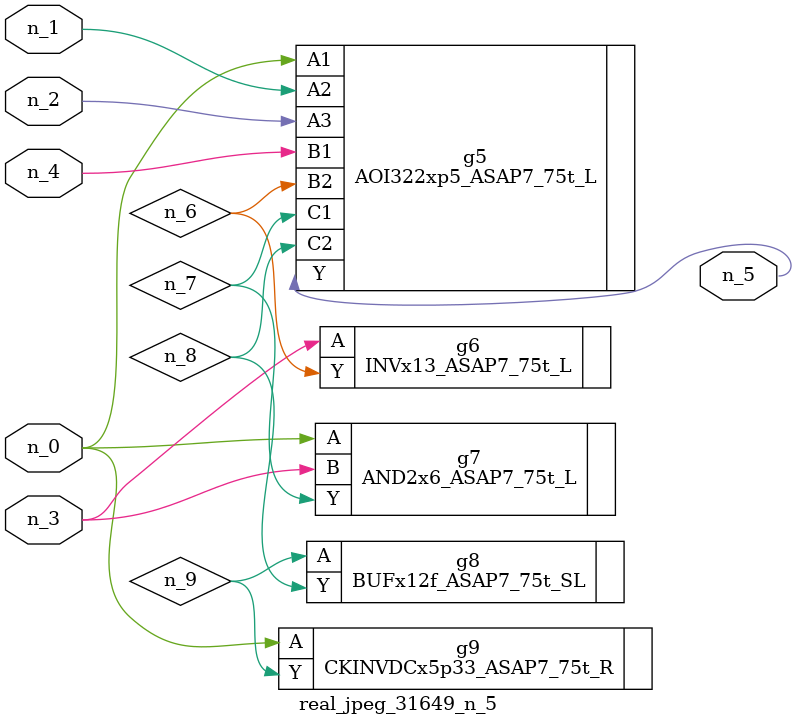
<source format=v>
module real_jpeg_31649_n_5 (n_4, n_0, n_1, n_2, n_3, n_5);

input n_4;
input n_0;
input n_1;
input n_2;
input n_3;

output n_5;

wire n_8;
wire n_6;
wire n_7;
wire n_9;

AOI322xp5_ASAP7_75t_L g5 ( 
.A1(n_0),
.A2(n_1),
.A3(n_2),
.B1(n_4),
.B2(n_6),
.C1(n_7),
.C2(n_8),
.Y(n_5)
);

AND2x6_ASAP7_75t_L g7 ( 
.A(n_0),
.B(n_3),
.Y(n_7)
);

CKINVDCx5p33_ASAP7_75t_R g9 ( 
.A(n_0),
.Y(n_9)
);

INVx13_ASAP7_75t_L g6 ( 
.A(n_3),
.Y(n_6)
);

BUFx12f_ASAP7_75t_SL g8 ( 
.A(n_9),
.Y(n_8)
);


endmodule
</source>
